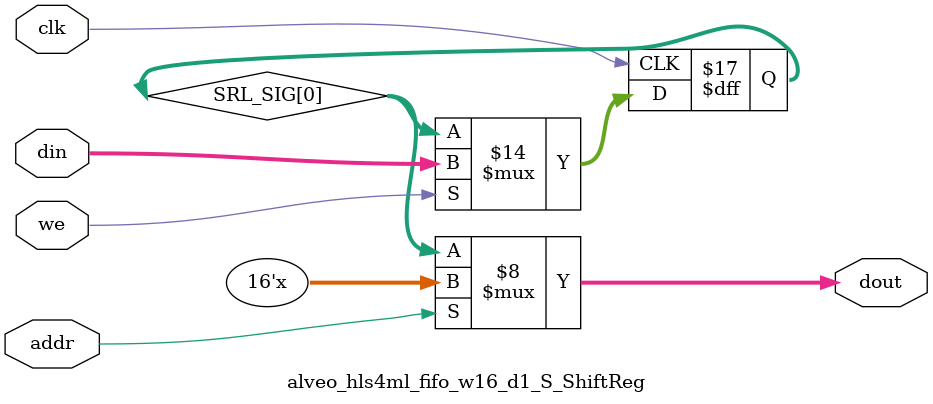
<source format=v>

`timescale 1 ns / 1 ps

module alveo_hls4ml_fifo_w16_d1_S
#(parameter
    MEM_STYLE   = "shiftReg",
    DATA_WIDTH  = 16,
    ADDR_WIDTH  = 1,
    DEPTH       = 1)
(
    // system signal
    input  wire                  clk,
    input  wire                  reset,

    // write
    output wire                  if_full_n,
    input  wire                  if_write_ce,
    input  wire                  if_write,
    input  wire [DATA_WIDTH-1:0] if_din,
    
    // read 
    output wire [ADDR_WIDTH:0]   if_num_data_valid, // for FRP
    output wire [ADDR_WIDTH:0]   if_fifo_cap,       // for FRP
    output wire                  if_empty_n,
    input  wire                  if_read_ce,
    input  wire                  if_read,
    output wire [DATA_WIDTH-1:0] if_dout
);
//------------------------Parameter----------------------

//------------------------Local signal-------------------
wire [ADDR_WIDTH-1:0] addr;
wire                  push;
wire                  pop;
reg signed [ADDR_WIDTH:0]   mOutPtr;
reg                   empty_n = 1'b0;
reg                   full_n  = 1'b1;
// with almost full?  no 
//------------------------Instantiation------------------
alveo_hls4ml_fifo_w16_d1_S_ShiftReg 
#(  .DATA_WIDTH (DATA_WIDTH),
    .ADDR_WIDTH (ADDR_WIDTH),
    .DEPTH      (DEPTH))
U_alveo_hls4ml_fifo_w16_d1_S_ShiftReg (
    .clk        (clk),
    .we         (push),
    .addr       (addr),
    .din        (if_din),
    .dout       (if_dout)
);
//------------------------Task and function--------------

//------------------------Body---------------------------
// has num_data_valid ? 
assign if_num_data_valid = mOutPtr + 1'b1; // yes
assign if_fifo_cap = DEPTH; // yes 

// has almost full ? 
assign if_full_n  = full_n; //no 
assign if_empty_n = empty_n;

assign push = (if_write & if_write_ce) & full_n;
assign pop  = (if_read & if_read_ce) & empty_n;
assign addr = mOutPtr[ADDR_WIDTH] == 1'b0 ? mOutPtr[ADDR_WIDTH-1:0]:{ADDR_WIDTH{1'b0}};

// full_n
always @(posedge clk ) begin
    if (reset == 1'b1)
        full_n <= 1'b1;
    else if (push & ~pop) begin
        if (mOutPtr == DEPTH - 2)
            full_n <= 1'b0;
    end
    else if (~push & pop)
        full_n <= 1'b1;
end

// almost_full_n 

// empty_n
always @(posedge clk ) begin
    if (reset == 1'b1)
        empty_n <= 1'b0;
    else if (push & ~pop)
        empty_n <= 1'b1;
    else if (~push & pop) begin
        if (mOutPtr == 0)
            empty_n <= 1'b0;
    end
end

// mOutPtr
always @(posedge clk ) begin
    if (reset == 1'b1)
        mOutPtr <= {ADDR_WIDTH+1{1'b1}};
    else if (push & ~pop)
        mOutPtr <= mOutPtr + 1'b1;
    else if (~push & pop)
        mOutPtr <= mOutPtr - 1'b1;
end

endmodule  


module alveo_hls4ml_fifo_w16_d1_S_ShiftReg
#(parameter
    DATA_WIDTH  = 16,
    ADDR_WIDTH  = 1,
    DEPTH       = 1)
(
    input  wire                  clk,
    input  wire                  we,
    input  wire [ADDR_WIDTH-1:0] addr,
    input  wire [DATA_WIDTH-1:0] din,
    output wire [DATA_WIDTH-1:0] dout
);

reg [DATA_WIDTH-1:0] SRL_SIG [0:DEPTH-1];
integer i;

always @ (posedge clk) begin
    if (we) begin
        for (i=0; i<DEPTH-1; i=i+1)
            SRL_SIG[i+1] <= SRL_SIG[i];
        SRL_SIG[0] <= din;
    end
end

assign dout = SRL_SIG[addr];

endmodule

</source>
